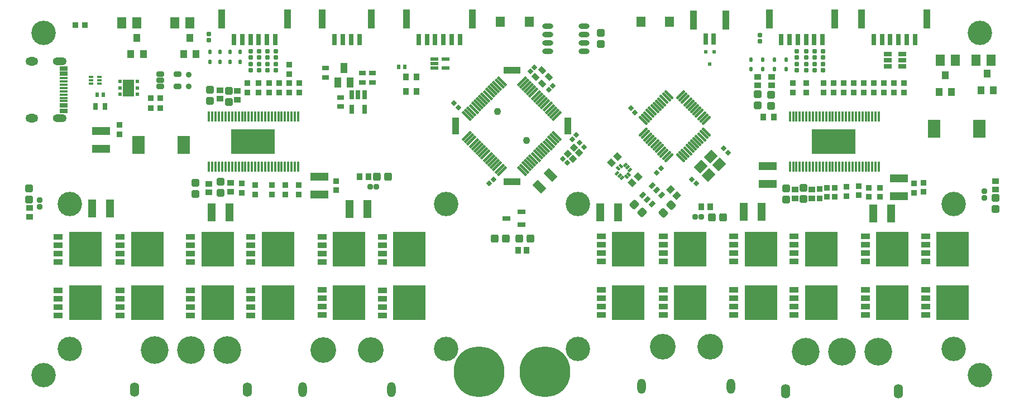
<source format=gts>
G04*
G04 #@! TF.GenerationSoftware,Altium Limited,Altium Designer,24.0.1 (36)*
G04*
G04 Layer_Color=8388736*
%FSLAX44Y44*%
%MOMM*%
G71*
G04*
G04 #@! TF.SameCoordinates,B4139D88-366C-407F-81F0-E15026D8F30D*
G04*
G04*
G04 #@! TF.FilePolarity,Negative*
G04*
G01*
G75*
%ADD38R,1.3462X0.8382*%
%ADD39R,5.0325X5.2324*%
G04:AMPARAMS|DCode=83|XSize=1.2032mm|YSize=1.1032mm|CornerRadius=0.2141mm|HoleSize=0mm|Usage=FLASHONLY|Rotation=270.000|XOffset=0mm|YOffset=0mm|HoleType=Round|Shape=RoundedRectangle|*
%AMROUNDEDRECTD83*
21,1,1.2032,0.6750,0,0,270.0*
21,1,0.7750,1.1032,0,0,270.0*
1,1,0.4282,-0.3375,-0.3875*
1,1,0.4282,-0.3375,0.3875*
1,1,0.4282,0.3375,0.3875*
1,1,0.4282,0.3375,-0.3875*
%
%ADD83ROUNDEDRECTD83*%
%ADD84R,1.2532X0.8032*%
G04:AMPARAMS|DCode=85|XSize=0.68mm|YSize=0.68mm|CornerRadius=0.2008mm|HoleSize=0mm|Usage=FLASHONLY|Rotation=270.000|XOffset=0mm|YOffset=0mm|HoleType=Round|Shape=RoundedRectangle|*
%AMROUNDEDRECTD85*
21,1,0.6800,0.2784,0,0,270.0*
21,1,0.2784,0.6800,0,0,270.0*
1,1,0.4016,-0.1392,-0.1392*
1,1,0.4016,-0.1392,0.1392*
1,1,0.4016,0.1392,0.1392*
1,1,0.4016,0.1392,-0.1392*
%
%ADD85ROUNDEDRECTD85*%
%ADD86R,0.9032X1.0532*%
%ADD87R,1.3032X2.8032*%
%ADD88R,1.4732X1.7272*%
G04:AMPARAMS|DCode=89|XSize=0.5mm|YSize=0.74mm|CornerRadius=0.15mm|HoleSize=0mm|Usage=FLASHONLY|Rotation=0.000|XOffset=0mm|YOffset=0mm|HoleType=Round|Shape=RoundedRectangle|*
%AMROUNDEDRECTD89*
21,1,0.5000,0.4400,0,0,0.0*
21,1,0.2000,0.7400,0,0,0.0*
1,1,0.3000,0.1000,-0.2200*
1,1,0.3000,-0.1000,-0.2200*
1,1,0.3000,-0.1000,0.2200*
1,1,0.3000,0.1000,0.2200*
%
%ADD89ROUNDEDRECTD89*%
%ADD90R,0.9000X1.0500*%
%ADD91R,1.8542X2.7432*%
%ADD92R,0.9000X0.9000*%
%ADD93R,1.1000X1.5000*%
%ADD94R,1.1032X1.1532*%
%ADD95R,1.1032X1.1532*%
G04:AMPARAMS|DCode=96|XSize=0.8032mm|YSize=0.8032mm|CornerRadius=0.1616mm|HoleSize=0mm|Usage=FLASHONLY|Rotation=180.000|XOffset=0mm|YOffset=0mm|HoleType=Round|Shape=RoundedRectangle|*
%AMROUNDEDRECTD96*
21,1,0.8032,0.4800,0,0,180.0*
21,1,0.4800,0.8032,0,0,180.0*
1,1,0.3232,-0.2400,0.2400*
1,1,0.3232,0.2400,0.2400*
1,1,0.3232,0.2400,-0.2400*
1,1,0.3232,-0.2400,-0.2400*
%
%ADD96ROUNDEDRECTD96*%
%ADD97R,1.4332X1.5632*%
%ADD98C,0.9144*%
%ADD99R,1.3000X0.5000*%
G04:AMPARAMS|DCode=100|XSize=0.4mm|YSize=1.8mm|CornerRadius=0mm|HoleSize=0mm|Usage=FLASHONLY|Rotation=225.000|XOffset=0mm|YOffset=0mm|HoleType=Round|Shape=Rectangle|*
%AMROTATEDRECTD100*
4,1,4,-0.4950,0.7778,0.7778,-0.4950,0.4950,-0.7778,-0.7778,0.4950,-0.4950,0.7778,0.0*
%
%ADD100ROTATEDRECTD100*%

G04:AMPARAMS|DCode=101|XSize=0.4mm|YSize=1.8mm|CornerRadius=0mm|HoleSize=0mm|Usage=FLASHONLY|Rotation=135.000|XOffset=0mm|YOffset=0mm|HoleType=Round|Shape=Rectangle|*
%AMROTATEDRECTD101*
4,1,4,0.7778,0.4950,-0.4950,-0.7778,-0.7778,-0.4950,0.4950,0.7778,0.7778,0.4950,0.0*
%
%ADD101ROTATEDRECTD101*%

%ADD102R,1.1000X2.6000*%
%ADD103R,2.6000X1.1000*%
%ADD104R,0.7000X1.4000*%
G04:AMPARAMS|DCode=105|XSize=0.4532mm|YSize=1.7532mm|CornerRadius=0mm|HoleSize=0mm|Usage=FLASHONLY|Rotation=225.000|XOffset=0mm|YOffset=0mm|HoleType=Round|Shape=Round|*
%AMOVALD105*
21,1,1.3000,0.4532,0.0000,0.0000,315.0*
1,1,0.4532,-0.4596,0.4596*
1,1,0.4532,0.4596,-0.4596*
%
%ADD105OVALD105*%

G04:AMPARAMS|DCode=106|XSize=0.4532mm|YSize=1.7532mm|CornerRadius=0mm|HoleSize=0mm|Usage=FLASHONLY|Rotation=135.000|XOffset=0mm|YOffset=0mm|HoleType=Round|Shape=Round|*
%AMOVALD106*
21,1,1.3000,0.4532,0.0000,0.0000,225.0*
1,1,0.4532,0.4596,0.4596*
1,1,0.4532,-0.4596,-0.4596*
%
%ADD106OVALD106*%

%ADD107R,1.8000X2.6000*%
%ADD108R,0.6000X0.5500*%
G04:AMPARAMS|DCode=109|XSize=0.8032mm|YSize=1.2032mm|CornerRadius=0.1766mm|HoleSize=0mm|Usage=FLASHONLY|Rotation=270.000|XOffset=0mm|YOffset=0mm|HoleType=Round|Shape=RoundedRectangle|*
%AMROUNDEDRECTD109*
21,1,0.8032,0.8500,0,0,270.0*
21,1,0.4500,1.2032,0,0,270.0*
1,1,0.3532,-0.4250,-0.2250*
1,1,0.3532,-0.4250,0.2250*
1,1,0.3532,0.4250,0.2250*
1,1,0.3532,0.4250,-0.2250*
%
%ADD109ROUNDEDRECTD109*%
%ADD110R,0.7000X0.3500*%
%ADD111R,6.6032X3.8031*%
%ADD112R,0.3810X1.5748*%
G04:AMPARAMS|DCode=113|XSize=0.4mm|YSize=0.6mm|CornerRadius=0mm|HoleSize=0mm|Usage=FLASHONLY|Rotation=225.000|XOffset=0mm|YOffset=0mm|HoleType=Round|Shape=Rectangle|*
%AMROTATEDRECTD113*
4,1,4,-0.0707,0.3536,0.3536,-0.0707,0.0707,-0.3536,-0.3536,0.0707,-0.0707,0.3536,0.0*
%
%ADD113ROTATEDRECTD113*%

G04:AMPARAMS|DCode=114|XSize=0.4mm|YSize=0.6mm|CornerRadius=0mm|HoleSize=0mm|Usage=FLASHONLY|Rotation=315.000|XOffset=0mm|YOffset=0mm|HoleType=Round|Shape=Rectangle|*
%AMROTATEDRECTD114*
4,1,4,-0.3536,-0.0707,0.0707,0.3536,0.3536,0.0707,-0.0707,-0.3536,-0.3536,-0.0707,0.0*
%
%ADD114ROTATEDRECTD114*%

%ADD115R,0.7000X1.8000*%
%ADD116R,1.1000X2.9000*%
G04:AMPARAMS|DCode=117|XSize=0.9mm|YSize=0.6mm|CornerRadius=0mm|HoleSize=0mm|Usage=FLASHONLY|Rotation=45.000|XOffset=0mm|YOffset=0mm|HoleType=Round|Shape=Rectangle|*
%AMROTATEDRECTD117*
4,1,4,-0.1061,-0.5303,-0.5303,-0.1061,0.1061,0.5303,0.5303,0.1061,-0.1061,-0.5303,0.0*
%
%ADD117ROTATEDRECTD117*%

%ADD118R,1.1532X0.8032*%
%ADD119R,1.2000X0.6500*%
%ADD120R,1.2000X0.4000*%
G04:AMPARAMS|DCode=121|XSize=1.9mm|YSize=1.1mm|CornerRadius=0mm|HoleSize=0mm|Usage=FLASHONLY|Rotation=315.000|XOffset=0mm|YOffset=0mm|HoleType=Round|Shape=Rectangle|*
%AMROTATEDRECTD121*
4,1,4,-1.0607,0.2828,-0.2828,1.0607,1.0607,-0.2828,0.2828,-1.0607,-1.0607,0.2828,0.0*
%
%ADD121ROTATEDRECTD121*%

G04:AMPARAMS|DCode=122|XSize=0.95mm|YSize=0.85mm|CornerRadius=0mm|HoleSize=0mm|Usage=FLASHONLY|Rotation=45.000|XOffset=0mm|YOffset=0mm|HoleType=Round|Shape=Rectangle|*
%AMROTATEDRECTD122*
4,1,4,-0.0354,-0.6364,-0.6364,-0.0354,0.0354,0.6364,0.6364,0.0354,-0.0354,-0.6364,0.0*
%
%ADD122ROTATEDRECTD122*%

G04:AMPARAMS|DCode=123|XSize=1.6032mm|YSize=1.4032mm|CornerRadius=0mm|HoleSize=0mm|Usage=FLASHONLY|Rotation=45.000|XOffset=0mm|YOffset=0mm|HoleType=Round|Shape=Rectangle|*
%AMROTATEDRECTD123*
4,1,4,-0.0707,-1.0629,-1.0629,-0.0707,0.0707,1.0629,1.0629,0.0707,-0.0707,-1.0629,0.0*
%
%ADD123ROTATEDRECTD123*%

%ADD124R,0.9652X0.9652*%
%ADD125R,1.0532X0.9032*%
G04:AMPARAMS|DCode=126|XSize=0.66mm|YSize=0.61mm|CornerRadius=0mm|HoleSize=0mm|Usage=FLASHONLY|Rotation=45.000|XOffset=0mm|YOffset=0mm|HoleType=Round|Shape=Rectangle|*
%AMROTATEDRECTD126*
4,1,4,-0.0177,-0.4490,-0.4490,-0.0177,0.0177,0.4490,0.4490,0.0177,-0.0177,-0.4490,0.0*
%
%ADD126ROTATEDRECTD126*%

G04:AMPARAMS|DCode=127|XSize=0.99mm|YSize=0.74mm|CornerRadius=0mm|HoleSize=0mm|Usage=FLASHONLY|Rotation=135.000|XOffset=0mm|YOffset=0mm|HoleType=Round|Shape=Rectangle|*
%AMROTATEDRECTD127*
4,1,4,0.6117,-0.0884,0.0884,-0.6117,-0.6117,0.0884,-0.0884,0.6117,0.6117,-0.0884,0.0*
%
%ADD127ROTATEDRECTD127*%

%ADD128R,0.9652X0.9652*%
%ADD129R,1.1000X0.7400*%
%ADD130R,0.6000X0.5500*%
G04:AMPARAMS|DCode=131|XSize=1.2032mm|YSize=1.1032mm|CornerRadius=0.2141mm|HoleSize=0mm|Usage=FLASHONLY|Rotation=180.000|XOffset=0mm|YOffset=0mm|HoleType=Round|Shape=RoundedRectangle|*
%AMROUNDEDRECTD131*
21,1,1.2032,0.6750,0,0,180.0*
21,1,0.7750,1.1032,0,0,180.0*
1,1,0.4282,-0.3875,0.3375*
1,1,0.4282,0.3875,0.3375*
1,1,0.4282,0.3875,-0.3375*
1,1,0.4282,-0.3875,-0.3375*
%
%ADD131ROUNDEDRECTD131*%
G04:AMPARAMS|DCode=132|XSize=0.66mm|YSize=0.61mm|CornerRadius=0mm|HoleSize=0mm|Usage=FLASHONLY|Rotation=135.000|XOffset=0mm|YOffset=0mm|HoleType=Round|Shape=Rectangle|*
%AMROTATEDRECTD132*
4,1,4,0.4490,-0.0177,0.0177,-0.4490,-0.4490,0.0177,-0.0177,0.4490,0.4490,-0.0177,0.0*
%
%ADD132ROTATEDRECTD132*%

%ADD133R,2.8032X1.3032*%
%ADD134R,0.7400X0.9900*%
%ADD135R,0.6100X0.6600*%
%ADD136O,1.6532X0.8032*%
%ADD137R,0.9900X0.7400*%
G04:AMPARAMS|DCode=138|XSize=1.0532mm|YSize=0.9032mm|CornerRadius=0mm|HoleSize=0mm|Usage=FLASHONLY|Rotation=315.000|XOffset=0mm|YOffset=0mm|HoleType=Round|Shape=Rectangle|*
%AMROTATEDRECTD138*
4,1,4,-0.6917,0.0530,-0.0530,0.6917,0.6917,-0.0530,0.0530,-0.6917,-0.6917,0.0530,0.0*
%
%ADD138ROTATEDRECTD138*%

G04:AMPARAMS|DCode=139|XSize=1.0532mm|YSize=0.9032mm|CornerRadius=0mm|HoleSize=0mm|Usage=FLASHONLY|Rotation=45.000|XOffset=0mm|YOffset=0mm|HoleType=Round|Shape=Rectangle|*
%AMROTATEDRECTD139*
4,1,4,-0.0530,-0.6917,-0.6917,-0.0530,0.0530,0.6917,0.6917,0.0530,-0.0530,-0.6917,0.0*
%
%ADD139ROTATEDRECTD139*%

G04:AMPARAMS|DCode=140|XSize=0.8032mm|YSize=0.8032mm|CornerRadius=0.1616mm|HoleSize=0mm|Usage=FLASHONLY|Rotation=270.000|XOffset=0mm|YOffset=0mm|HoleType=Round|Shape=RoundedRectangle|*
%AMROUNDEDRECTD140*
21,1,0.8032,0.4800,0,0,270.0*
21,1,0.4800,0.8032,0,0,270.0*
1,1,0.3232,-0.2400,-0.2400*
1,1,0.3232,-0.2400,0.2400*
1,1,0.3232,0.2400,0.2400*
1,1,0.3232,0.2400,-0.2400*
%
%ADD140ROUNDEDRECTD140*%
G04:AMPARAMS|DCode=141|XSize=1.2032mm|YSize=1.1032mm|CornerRadius=0.2141mm|HoleSize=0mm|Usage=FLASHONLY|Rotation=315.000|XOffset=0mm|YOffset=0mm|HoleType=Round|Shape=RoundedRectangle|*
%AMROUNDEDRECTD141*
21,1,1.2032,0.6750,0,0,315.0*
21,1,0.7750,1.1032,0,0,315.0*
1,1,0.4282,0.0354,-0.5127*
1,1,0.4282,-0.5127,0.0354*
1,1,0.4282,-0.0354,0.5127*
1,1,0.4282,0.5127,-0.0354*
%
%ADD141ROUNDEDRECTD141*%
G04:AMPARAMS|DCode=142|XSize=1.2032mm|YSize=1.1032mm|CornerRadius=0.2141mm|HoleSize=0mm|Usage=FLASHONLY|Rotation=225.000|XOffset=0mm|YOffset=0mm|HoleType=Round|Shape=RoundedRectangle|*
%AMROUNDEDRECTD142*
21,1,1.2032,0.6750,0,0,225.0*
21,1,0.7750,1.1032,0,0,225.0*
1,1,0.4282,-0.5127,-0.0354*
1,1,0.4282,0.0354,0.5127*
1,1,0.4282,0.5127,0.0354*
1,1,0.4282,-0.0354,-0.5127*
%
%ADD142ROUNDEDRECTD142*%
%ADD143C,3.9000*%
%ADD144O,1.3000X2.3000*%
%ADD145C,7.7032*%
%ADD146C,1.1000*%
%ADD147O,1.4032X2.2032*%
%ADD148C,4.2032*%
%ADD149O,1.9000X1.3000*%
%ADD150O,2.1000X1.2000*%
%ADD151C,0.9032*%
%ADD152C,3.7032*%
D38*
X156210Y130810D02*
D03*
Y143510D02*
D03*
Y156210D02*
D03*
Y168910D02*
D03*
X1377480Y131010D02*
D03*
Y143710D02*
D03*
Y156410D02*
D03*
Y169110D02*
D03*
X1286040Y212290D02*
D03*
Y224990D02*
D03*
Y237690D02*
D03*
Y250390D02*
D03*
Y131210D02*
D03*
Y143910D02*
D03*
Y156610D02*
D03*
Y169310D02*
D03*
X1377480Y212290D02*
D03*
Y224990D02*
D03*
Y237690D02*
D03*
Y250390D02*
D03*
X1086650Y212290D02*
D03*
Y224990D02*
D03*
Y237690D02*
D03*
Y250390D02*
D03*
Y131010D02*
D03*
Y143710D02*
D03*
Y156410D02*
D03*
Y169110D02*
D03*
X979500Y212490D02*
D03*
Y225190D02*
D03*
Y237890D02*
D03*
Y250590D02*
D03*
X979500Y131210D02*
D03*
Y143910D02*
D03*
X979500Y156610D02*
D03*
X979500Y169310D02*
D03*
X885520Y212490D02*
D03*
X885520Y225190D02*
D03*
Y237890D02*
D03*
X885520Y250590D02*
D03*
Y131210D02*
D03*
X885520Y143910D02*
D03*
Y156610D02*
D03*
X885520Y169310D02*
D03*
X1178090Y212290D02*
D03*
Y224990D02*
D03*
Y237690D02*
D03*
Y250390D02*
D03*
Y131010D02*
D03*
Y143710D02*
D03*
Y156410D02*
D03*
Y169110D02*
D03*
X354330Y250190D02*
D03*
Y237490D02*
D03*
Y224790D02*
D03*
X354330Y168910D02*
D03*
X354330Y156210D02*
D03*
Y143510D02*
D03*
X553720Y250190D02*
D03*
X553720Y237490D02*
D03*
X553720Y224790D02*
D03*
X553720Y168910D02*
D03*
X553720Y156210D02*
D03*
X553720Y143510D02*
D03*
X62230Y250190D02*
D03*
Y237490D02*
D03*
Y224790D02*
D03*
Y168910D02*
D03*
Y156210D02*
D03*
X62230Y143510D02*
D03*
X262890Y250190D02*
D03*
Y237490D02*
D03*
Y224790D02*
D03*
Y168910D02*
D03*
Y156210D02*
D03*
Y143510D02*
D03*
X462280Y250190D02*
D03*
Y237490D02*
D03*
Y224790D02*
D03*
Y169110D02*
D03*
Y156410D02*
D03*
Y143710D02*
D03*
X156210Y250190D02*
D03*
Y237490D02*
D03*
Y224790D02*
D03*
X62230Y130810D02*
D03*
Y212090D02*
D03*
X262890Y130810D02*
D03*
Y212090D02*
D03*
X462280Y131010D02*
D03*
Y212090D02*
D03*
X156210Y212090D02*
D03*
X354330Y130810D02*
D03*
X354330Y212090D02*
D03*
X553720Y130810D02*
D03*
X553720Y212090D02*
D03*
D39*
X197320Y149660D02*
D03*
X1418590Y149860D02*
D03*
X1327150Y231140D02*
D03*
Y150060D02*
D03*
X1418590Y231140D02*
D03*
X1127760D02*
D03*
Y149860D02*
D03*
X1020610Y231340D02*
D03*
X1020610Y150060D02*
D03*
X926630Y231340D02*
D03*
Y150060D02*
D03*
X1219200Y231140D02*
D03*
Y149860D02*
D03*
X197320Y230940D02*
D03*
X395440Y230940D02*
D03*
X395440Y149660D02*
D03*
X594830Y230940D02*
D03*
X594830Y149660D02*
D03*
X503390Y230940D02*
D03*
Y149860D02*
D03*
X304000Y230940D02*
D03*
Y149660D02*
D03*
X103340Y230940D02*
D03*
X103340Y149660D02*
D03*
D83*
X741290Y247650D02*
D03*
X724290D02*
D03*
X761120D02*
D03*
X778120D02*
D03*
X1070400Y279746D02*
D03*
X562220Y341630D02*
D03*
X545220D02*
D03*
X1053400Y279746D02*
D03*
D84*
X741610Y278130D02*
D03*
X764610Y287630D02*
D03*
Y268630D02*
D03*
D85*
X1126490Y556260D02*
D03*
X1126490Y547060D02*
D03*
X1182370Y531650D02*
D03*
Y522450D02*
D03*
X392430Y503400D02*
D03*
X379730Y503400D02*
D03*
X367030Y503400D02*
D03*
X354330D02*
D03*
X1221740Y503400D02*
D03*
X1209040D02*
D03*
X1196340D02*
D03*
X1182370D02*
D03*
X290830Y558320D02*
D03*
Y549120D02*
D03*
X1196340Y512600D02*
D03*
Y522450D02*
D03*
X1182370Y512600D02*
D03*
X1209040Y512600D02*
D03*
Y522450D02*
D03*
X1221740Y512600D02*
D03*
Y522450D02*
D03*
X367030Y512600D02*
D03*
Y522450D02*
D03*
X354330Y512600D02*
D03*
Y522450D02*
D03*
X379730Y512600D02*
D03*
Y522450D02*
D03*
X392430Y512600D02*
D03*
X392430Y522450D02*
D03*
X392430Y531650D02*
D03*
X379730Y531650D02*
D03*
X367030Y531650D02*
D03*
X354330D02*
D03*
X1221740D02*
D03*
X1209040Y531650D02*
D03*
X1196340Y531650D02*
D03*
D86*
X759310Y229870D02*
D03*
X772310D02*
D03*
X1050538Y295884D02*
D03*
X519280Y341630D02*
D03*
X532280D02*
D03*
X1037538Y295884D02*
D03*
D87*
X1324940Y285750D02*
D03*
X1297940D02*
D03*
X113500Y293370D02*
D03*
X140500D02*
D03*
X322110Y287020D02*
D03*
X530860Y292100D02*
D03*
X884390Y287020D02*
D03*
X1101560Y288290D02*
D03*
X295110Y287020D02*
D03*
X503860Y292100D02*
D03*
X911390Y287020D02*
D03*
X1128560Y288290D02*
D03*
D88*
X181430Y575000D02*
D03*
X158570D02*
D03*
X238570D02*
D03*
X261430D02*
D03*
X1454150Y518160D02*
D03*
X1477010D02*
D03*
X1399540D02*
D03*
X1422400D02*
D03*
D89*
X1112520Y504510D02*
D03*
X1112520Y519110D02*
D03*
X1130300Y519110D02*
D03*
Y504510D02*
D03*
X337820Y515940D02*
D03*
X322580Y515940D02*
D03*
X307340Y515940D02*
D03*
X292100D02*
D03*
X1165860Y504510D02*
D03*
X1148080Y504510D02*
D03*
Y519110D02*
D03*
X1165860Y519110D02*
D03*
X307340Y530540D02*
D03*
X292100Y530540D02*
D03*
X322580D02*
D03*
X337820D02*
D03*
D90*
X1131190Y431800D02*
D03*
X1147190D02*
D03*
X589170Y492760D02*
D03*
X605170D02*
D03*
X589170Y471170D02*
D03*
X605170D02*
D03*
D91*
X184150Y389890D02*
D03*
X252730D02*
D03*
X1390650Y414020D02*
D03*
X1459230D02*
D03*
D92*
X87870Y571500D02*
D03*
X102870D02*
D03*
D93*
X495300Y506300D02*
D03*
X504800Y484300D02*
D03*
X485800D02*
D03*
D94*
X191110Y527500D02*
D03*
X271120Y527500D02*
D03*
X1480160Y472640D02*
D03*
X1416660Y470100D02*
D03*
D95*
X181610Y552500D02*
D03*
X172110Y527500D02*
D03*
X252120Y527500D02*
D03*
X261620Y552500D02*
D03*
X1461160Y472640D02*
D03*
X1470660Y497640D02*
D03*
X1397660Y470100D02*
D03*
X1407160Y495100D02*
D03*
D96*
X34290Y295990D02*
D03*
Y305990D02*
D03*
X1466850Y309400D02*
D03*
Y319400D02*
D03*
D97*
X945492Y576798D02*
D03*
X989191D02*
D03*
X776383Y576952D02*
D03*
X732685D02*
D03*
D98*
X260350Y478790D02*
D03*
Y496570D02*
D03*
D99*
X632850Y519580D02*
D03*
X632850Y513080D02*
D03*
X632850Y506580D02*
D03*
X649850D02*
D03*
Y519580D02*
D03*
D100*
X772274Y357085D02*
D03*
X775809Y360621D02*
D03*
X779345Y364156D02*
D03*
X782880Y367692D02*
D03*
X786416Y371227D02*
D03*
X797023Y381834D02*
D03*
X804094Y388905D02*
D03*
X807629Y392441D02*
D03*
X811165Y395976D02*
D03*
X814700Y399512D02*
D03*
X818236Y403047D02*
D03*
X734797Y486486D02*
D03*
X731262Y482950D02*
D03*
X727726Y479415D02*
D03*
X724191Y475879D02*
D03*
X720655Y472344D02*
D03*
X717120Y468808D02*
D03*
X713584Y465273D02*
D03*
X710049Y461737D02*
D03*
X706513Y458201D02*
D03*
X702977Y454666D02*
D03*
X699442Y451130D02*
D03*
X695906Y447595D02*
D03*
X692371Y444059D02*
D03*
X688835Y440524D02*
D03*
X685300Y436988D02*
D03*
X681764Y433453D02*
D03*
X793487Y378298D02*
D03*
X800558Y385369D02*
D03*
X789952Y374763D02*
D03*
X768738Y353550D02*
D03*
X765203Y350014D02*
D03*
D101*
X818236Y433453D02*
D03*
X814700Y436988D02*
D03*
X811165Y440524D02*
D03*
X807629Y444059D02*
D03*
X804094Y447595D02*
D03*
X800558Y451130D02*
D03*
X797023Y454666D02*
D03*
X793487Y458201D02*
D03*
X789952Y461737D02*
D03*
X786416Y465273D02*
D03*
X782880Y468808D02*
D03*
X779345Y472344D02*
D03*
X768738Y482950D02*
D03*
X765203Y486486D02*
D03*
X688835Y395976D02*
D03*
X692371Y392441D02*
D03*
X695906Y388905D02*
D03*
X699442Y385369D02*
D03*
X702977Y381834D02*
D03*
X706513Y378298D02*
D03*
X710049Y374763D02*
D03*
X713584Y371227D02*
D03*
X717120Y367692D02*
D03*
X724191Y360621D02*
D03*
X727726Y357085D02*
D03*
X731262Y353550D02*
D03*
X734797Y350014D02*
D03*
X685300Y399512D02*
D03*
X775809Y475879D02*
D03*
X772274Y479415D02*
D03*
X720655Y364156D02*
D03*
X681764Y403047D02*
D03*
D102*
X665147Y418250D02*
D03*
X834853D02*
D03*
D103*
X750000Y333397D02*
D03*
Y503103D02*
D03*
D104*
X526390Y465660D02*
D03*
X516890Y465660D02*
D03*
X507390D02*
D03*
X507390Y443660D02*
D03*
X526390Y443660D02*
D03*
D105*
X1005966Y369924D02*
D03*
X1009501Y373459D02*
D03*
X1013037Y376995D02*
D03*
X1016572Y380530D02*
D03*
X1020108Y384066D02*
D03*
X1023643Y387601D02*
D03*
X1027179Y391137D02*
D03*
X1030714Y394672D02*
D03*
X1034250Y398208D02*
D03*
X1037785Y401743D02*
D03*
X1041321Y405279D02*
D03*
X1044856Y408814D02*
D03*
X987934Y465737D02*
D03*
X984399Y462201D02*
D03*
X980863Y458665D02*
D03*
X977328Y455130D02*
D03*
X973792Y451594D02*
D03*
X970257Y448059D02*
D03*
X966721Y444523D02*
D03*
X963186Y440988D02*
D03*
X959650Y437452D02*
D03*
X956115Y433917D02*
D03*
X952579Y430381D02*
D03*
X949044Y426846D02*
D03*
D106*
X1044856D02*
D03*
X1041321Y430381D02*
D03*
X1037785Y433917D02*
D03*
X1034250Y437452D02*
D03*
X1030714Y440988D02*
D03*
X1027179Y444523D02*
D03*
X1023643Y448059D02*
D03*
X1020108Y451594D02*
D03*
X1016572Y455130D02*
D03*
X1013037Y458665D02*
D03*
X1009501Y462201D02*
D03*
X1005966Y465737D02*
D03*
X949044Y408814D02*
D03*
X952579Y405279D02*
D03*
X956115Y401743D02*
D03*
X959650Y398208D02*
D03*
X963186Y394672D02*
D03*
X966721Y391137D02*
D03*
X970257Y387601D02*
D03*
X973792Y384066D02*
D03*
X977328Y380530D02*
D03*
X980863Y376995D02*
D03*
X984399Y373459D02*
D03*
X987934Y369924D02*
D03*
D107*
X168910Y476250D02*
D03*
D108*
X155910Y466750D02*
D03*
Y476250D02*
D03*
X155910Y485750D02*
D03*
X181910D02*
D03*
X181910Y476250D02*
D03*
Y466750D02*
D03*
D109*
X242870Y497180D02*
D03*
X216870Y478180D02*
D03*
X216870Y487680D02*
D03*
X216870Y497180D02*
D03*
X242870Y478180D02*
D03*
D110*
X111610Y482680D02*
D03*
Y487680D02*
D03*
Y492680D02*
D03*
X124610D02*
D03*
Y487680D02*
D03*
Y482680D02*
D03*
D111*
X357686Y394565D02*
D03*
X1238380Y394590D02*
D03*
D112*
X426004Y356490D02*
D03*
X421006D02*
D03*
X416004D02*
D03*
X411000D02*
D03*
X405997D02*
D03*
X400993D02*
D03*
X395989D02*
D03*
X390985D02*
D03*
X385981Y356490D02*
D03*
X380978Y356490D02*
D03*
X375974D02*
D03*
X370970D02*
D03*
X365966D02*
D03*
X360962D02*
D03*
X355959D02*
D03*
X350955D02*
D03*
X345951D02*
D03*
X340947D02*
D03*
X335943D02*
D03*
X330940D02*
D03*
X325936D02*
D03*
X320932D02*
D03*
X315928D02*
D03*
X310924D02*
D03*
X305921D02*
D03*
X300917D02*
D03*
X295918D02*
D03*
X290917D02*
D03*
X290917Y432690D02*
D03*
X295918Y432690D02*
D03*
X300917Y432690D02*
D03*
X305921D02*
D03*
X310924D02*
D03*
X315928D02*
D03*
X320932D02*
D03*
X325936D02*
D03*
X330940D02*
D03*
X335943D02*
D03*
X340947D02*
D03*
X345951Y432690D02*
D03*
X350955D02*
D03*
X355959D02*
D03*
X360962D02*
D03*
X365966D02*
D03*
X370970D02*
D03*
X375974D02*
D03*
X380978D02*
D03*
X385981Y432690D02*
D03*
X390985D02*
D03*
X395989D02*
D03*
X400993D02*
D03*
X405997D02*
D03*
X411000D02*
D03*
X416004D02*
D03*
X421006D02*
D03*
X426004D02*
D03*
X1306698Y432715D02*
D03*
X1301700D02*
D03*
X1296698D02*
D03*
X1291695D02*
D03*
X1286691D02*
D03*
X1281687D02*
D03*
X1276683D02*
D03*
X1271679D02*
D03*
X1266676D02*
D03*
X1261672Y432715D02*
D03*
X1256668D02*
D03*
X1251664D02*
D03*
X1246660D02*
D03*
X1241657D02*
D03*
X1236653D02*
D03*
X1231649D02*
D03*
X1226645D02*
D03*
X1221641Y432715D02*
D03*
X1216638D02*
D03*
X1211634D02*
D03*
X1206630D02*
D03*
X1201626D02*
D03*
X1196622D02*
D03*
X1191619D02*
D03*
X1186615D02*
D03*
X1181611D02*
D03*
X1176612Y432715D02*
D03*
X1171611Y432715D02*
D03*
X1171611Y356515D02*
D03*
X1176612D02*
D03*
X1181611D02*
D03*
X1186615D02*
D03*
X1191619D02*
D03*
X1196622D02*
D03*
X1201626D02*
D03*
X1206630D02*
D03*
X1211634D02*
D03*
X1216638D02*
D03*
X1221641D02*
D03*
X1226645D02*
D03*
X1231649D02*
D03*
X1236653D02*
D03*
X1241657D02*
D03*
X1246660D02*
D03*
X1251664D02*
D03*
X1256668D02*
D03*
X1261672D02*
D03*
X1266676D02*
D03*
X1271679D02*
D03*
X1276683D02*
D03*
X1281687D02*
D03*
X1286691D02*
D03*
X1291695D02*
D03*
X1296698D02*
D03*
X1301700D02*
D03*
X1306698D02*
D03*
D113*
X927408Y344857D02*
D03*
X911552Y353643D02*
D03*
X915087Y357178D02*
D03*
X923873Y341322D02*
D03*
D114*
X925626Y355396D02*
D03*
X913334Y343104D02*
D03*
X909798Y346640D02*
D03*
X922090Y358932D02*
D03*
X929161Y351861D02*
D03*
X916869Y339569D02*
D03*
D115*
X1311248Y549249D02*
D03*
X1348752D02*
D03*
X1336252Y549249D02*
D03*
X1323750D02*
D03*
X1298752D02*
D03*
X1361251D02*
D03*
X518750D02*
D03*
X506251D02*
D03*
X493752D02*
D03*
X481250D02*
D03*
X633750D02*
D03*
X646252D02*
D03*
X658752Y549249D02*
D03*
X671251Y549249D02*
D03*
X621248Y549249D02*
D03*
X608752Y549249D02*
D03*
X1043750Y550499D02*
D03*
X1056250D02*
D03*
X341249Y549249D02*
D03*
X1171248Y549249D02*
D03*
X353750Y549249D02*
D03*
X366252D02*
D03*
X378752D02*
D03*
X391251Y549249D02*
D03*
X328752Y549249D02*
D03*
X1183750D02*
D03*
X1196252D02*
D03*
X1208752Y549249D02*
D03*
X1221251Y549249D02*
D03*
X1158752D02*
D03*
D116*
X1379750Y580751D02*
D03*
X1280250D02*
D03*
X462751D02*
D03*
X537249D02*
D03*
X689750D02*
D03*
X590250D02*
D03*
X1025249Y579498D02*
D03*
X1074749D02*
D03*
X310250Y580751D02*
D03*
X409750D02*
D03*
X1140250D02*
D03*
X1239750D02*
D03*
D117*
X948518Y313690D02*
D03*
X962660Y299548D02*
D03*
X976803Y313690D02*
D03*
X962660Y327832D02*
D03*
X969731Y320761D02*
D03*
X955589Y306619D02*
D03*
D118*
X1319710Y527660D02*
D03*
Y508660D02*
D03*
X1342210Y527660D02*
D03*
Y508660D02*
D03*
Y518160D02*
D03*
X1319710D02*
D03*
D119*
X70000Y441550D02*
D03*
Y449548D02*
D03*
Y497549D02*
D03*
Y505550D02*
D03*
D120*
Y456048D02*
D03*
Y461049D02*
D03*
Y466050D02*
D03*
Y471049D02*
D03*
Y476050D02*
D03*
Y481049D02*
D03*
Y486048D02*
D03*
Y491049D02*
D03*
D121*
X791391Y326061D02*
D03*
X809069Y343739D02*
D03*
D122*
X842349Y368325D02*
D03*
X851895Y377871D02*
D03*
X844471Y385295D02*
D03*
X834925Y375749D02*
D03*
D123*
X1048700Y344175D02*
D03*
X1051880Y372105D02*
D03*
X1036325Y356550D02*
D03*
X1064255Y359730D02*
D03*
D124*
X1299210Y483235D02*
D03*
Y469265D02*
D03*
X1314450Y483235D02*
D03*
Y469265D02*
D03*
X1329690Y469265D02*
D03*
Y483235D02*
D03*
X1344930Y469265D02*
D03*
Y483235D02*
D03*
X1276350Y327025D02*
D03*
Y313055D02*
D03*
X1283970Y469265D02*
D03*
Y483235D02*
D03*
X340360Y330835D02*
D03*
Y316865D02*
D03*
X365760Y483235D02*
D03*
Y469265D02*
D03*
X360680Y328295D02*
D03*
Y314325D02*
D03*
X426720Y328295D02*
D03*
Y314325D02*
D03*
X154940Y419735D02*
D03*
Y405765D02*
D03*
X349250Y483235D02*
D03*
Y469265D02*
D03*
X397510Y469265D02*
D03*
Y483235D02*
D03*
X382270Y469265D02*
D03*
Y483235D02*
D03*
X386080Y328295D02*
D03*
Y314325D02*
D03*
X406400Y328295D02*
D03*
Y314325D02*
D03*
X412750Y469265D02*
D03*
Y483235D02*
D03*
Y497205D02*
D03*
Y511175D02*
D03*
X427990Y483235D02*
D03*
Y469265D02*
D03*
X1257300Y325755D02*
D03*
Y311785D02*
D03*
X1239520Y324485D02*
D03*
Y310515D02*
D03*
X1291590D02*
D03*
Y324485D02*
D03*
X1360170Y330835D02*
D03*
Y316865D02*
D03*
X1308100Y324485D02*
D03*
Y310515D02*
D03*
X1374140Y332105D02*
D03*
Y318135D02*
D03*
X1176020Y469265D02*
D03*
Y483235D02*
D03*
X1196340Y469265D02*
D03*
Y483235D02*
D03*
X1223010Y483235D02*
D03*
Y469265D02*
D03*
X483870Y334645D02*
D03*
Y320675D02*
D03*
X1238250Y469265D02*
D03*
Y483235D02*
D03*
X1216660Y308610D02*
D03*
Y322580D02*
D03*
X1228090Y324485D02*
D03*
Y310515D02*
D03*
X1268730Y483235D02*
D03*
Y469265D02*
D03*
X1253490Y483235D02*
D03*
Y469265D02*
D03*
D125*
X1205230Y308460D02*
D03*
Y321460D02*
D03*
X1179830Y308460D02*
D03*
Y321460D02*
D03*
X334010Y458320D02*
D03*
Y471320D02*
D03*
X307340Y459590D02*
D03*
Y472590D02*
D03*
X290830Y330350D02*
D03*
Y317350D02*
D03*
X323850Y318620D02*
D03*
Y331620D02*
D03*
X1144270Y492910D02*
D03*
Y479910D02*
D03*
X1122680Y492910D02*
D03*
Y479910D02*
D03*
X1483360Y334790D02*
D03*
X19050Y280520D02*
D03*
X19050Y293520D02*
D03*
X1483360Y321790D02*
D03*
D126*
X827528Y368562D02*
D03*
X833892Y362198D02*
D03*
X859292Y386328D02*
D03*
X852928Y392692D02*
D03*
X930268Y445142D02*
D03*
X936632Y438778D02*
D03*
X662298Y452762D02*
D03*
X668662Y446398D02*
D03*
X1022978Y337192D02*
D03*
X1077602Y377818D02*
D03*
X1071238Y384182D02*
D03*
X1029342Y330828D02*
D03*
D127*
X806320Y492630D02*
D03*
X796420Y482730D02*
D03*
X796160Y502790D02*
D03*
X786260Y492890D02*
D03*
D128*
X216535Y461010D02*
D03*
X202565Y461010D02*
D03*
X216535D02*
D03*
X202565D02*
D03*
X216535Y445770D02*
D03*
X202565D02*
D03*
D129*
X467360Y506110D02*
D03*
Y492110D02*
D03*
X538480Y484490D02*
D03*
Y498490D02*
D03*
D130*
X1050290Y512720D02*
D03*
X1043790Y531220D02*
D03*
X1056790D02*
D03*
D131*
X308610Y333620D02*
D03*
Y316620D02*
D03*
X270510Y332350D02*
D03*
Y315350D02*
D03*
X292100Y456320D02*
D03*
Y473320D02*
D03*
X321310Y455050D02*
D03*
Y472050D02*
D03*
X885190Y559680D02*
D03*
Y542680D02*
D03*
X1143000Y448700D02*
D03*
Y465700D02*
D03*
X1165860Y323460D02*
D03*
Y306460D02*
D03*
X1192530Y324730D02*
D03*
Y307730D02*
D03*
X1122680Y449970D02*
D03*
Y466970D02*
D03*
X1483360Y291850D02*
D03*
X17780Y323460D02*
D03*
Y306460D02*
D03*
X1483360Y308850D02*
D03*
D132*
X969638Y347338D02*
D03*
X976002Y353702D02*
D03*
X805808Y473068D02*
D03*
X812172Y479432D02*
D03*
X841368Y398138D02*
D03*
X847732Y404502D02*
D03*
X784232Y507372D02*
D03*
X777868Y501008D02*
D03*
X715638Y330828D02*
D03*
X722002Y337192D02*
D03*
D133*
X458470Y341160D02*
D03*
Y314160D02*
D03*
X127000Y411010D02*
D03*
Y384010D02*
D03*
X1137920Y357670D02*
D03*
Y330670D02*
D03*
X1337310Y338620D02*
D03*
Y311620D02*
D03*
D134*
X118730Y448310D02*
D03*
X132730Y448310D02*
D03*
D135*
X130230Y466090D02*
D03*
X121230Y466090D02*
D03*
X578700Y508000D02*
D03*
X587700D02*
D03*
D136*
X859100Y532130D02*
D03*
Y544830D02*
D03*
Y557530D02*
D03*
X804600Y544830D02*
D03*
X804600Y557530D02*
D03*
X804600Y532130D02*
D03*
X859100Y570230D02*
D03*
X804600D02*
D03*
D137*
X523240Y484490D02*
D03*
Y498490D02*
D03*
X490220Y447660D02*
D03*
Y461660D02*
D03*
D138*
X932664Y331954D02*
D03*
X900914Y362434D02*
D03*
X941856Y341146D02*
D03*
X910106Y371626D02*
D03*
D139*
X1000276Y312904D02*
D03*
X991084Y322096D02*
D03*
D140*
X1027608Y280644D02*
D03*
X544830Y326390D02*
D03*
X534830D02*
D03*
X1037608Y280644D02*
D03*
D141*
X979510Y286090D02*
D03*
X991530Y298110D02*
D03*
D142*
X935399Y299041D02*
D03*
X947420Y287020D02*
D03*
D143*
X464190Y77780D02*
D03*
X536189Y77780D02*
D03*
X1050539Y82860D02*
D03*
X978540D02*
D03*
D144*
X432689Y17780D02*
D03*
X567690D02*
D03*
X1082040Y22860D02*
D03*
X947039D02*
D03*
D145*
X700000Y45000D02*
D03*
X800000Y45000D02*
D03*
D146*
X728080Y440170D02*
D03*
X771920Y396330D02*
D03*
D147*
X178253Y17780D02*
D03*
X349251D02*
D03*
X1336449Y15720D02*
D03*
X1165451D02*
D03*
D148*
X208754Y77780D02*
D03*
X263752D02*
D03*
X318753Y77780D02*
D03*
X1195951Y75720D02*
D03*
X1250950D02*
D03*
X1305951D02*
D03*
D149*
X22499Y430300D02*
D03*
Y516800D02*
D03*
D150*
X64501Y430300D02*
D03*
X64501Y516800D02*
D03*
D151*
X680201Y64799D02*
D03*
X700000Y73000D02*
D03*
X672000Y45000D02*
D03*
X719799Y64799D02*
D03*
X728000Y45000D02*
D03*
X680201Y25201D02*
D03*
X700000Y17000D02*
D03*
X719799Y25201D02*
D03*
X819799D02*
D03*
X800000Y17000D02*
D03*
X780201Y25201D02*
D03*
X828000Y45000D02*
D03*
X819799Y64799D02*
D03*
X772000Y45000D02*
D03*
X800000Y73000D02*
D03*
X780201Y64799D02*
D03*
D152*
X850000Y300000D02*
D03*
X40000Y560000D02*
D03*
X1460000D02*
D03*
X1420000Y80000D02*
D03*
Y300000D02*
D03*
X850000Y80000D02*
D03*
X650000D02*
D03*
Y300000D02*
D03*
X80000Y80000D02*
D03*
Y300000D02*
D03*
X1460000Y40000D02*
D03*
X40000D02*
D03*
M02*

</source>
